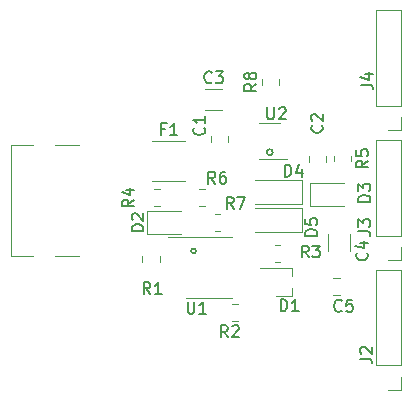
<source format=gbr>
%TF.GenerationSoftware,KiCad,Pcbnew,7.0.10*%
%TF.CreationDate,2024-02-15T00:45:20-05:00*%
%TF.ProjectId,USB-C-3-way-splitter,5553422d-432d-4332-9d77-61792d73706c,rev?*%
%TF.SameCoordinates,Original*%
%TF.FileFunction,Legend,Top*%
%TF.FilePolarity,Positive*%
%FSLAX46Y46*%
G04 Gerber Fmt 4.6, Leading zero omitted, Abs format (unit mm)*
G04 Created by KiCad (PCBNEW 7.0.10) date 2024-02-15 00:45:20*
%MOMM*%
%LPD*%
G01*
G04 APERTURE LIST*
%ADD10C,0.150000*%
%ADD11C,0.120000*%
G04 APERTURE END LIST*
D10*
X12700000Y-4300000D02*
G75*
G03*
X12300000Y-4300000I-200000J0D01*
G01*
X12300000Y-4300000D02*
G75*
G03*
X12700000Y-4300000I200000J0D01*
G01*
X19204951Y4050000D02*
G75*
G03*
X18695049Y4050000I-254951J0D01*
G01*
X18695049Y4050000D02*
G75*
G03*
X19204951Y4050000I254951J0D01*
G01*
X17804819Y9833333D02*
X17328628Y9500000D01*
X17804819Y9261905D02*
X16804819Y9261905D01*
X16804819Y9261905D02*
X16804819Y9642857D01*
X16804819Y9642857D02*
X16852438Y9738095D01*
X16852438Y9738095D02*
X16900057Y9785714D01*
X16900057Y9785714D02*
X16995295Y9833333D01*
X16995295Y9833333D02*
X17138152Y9833333D01*
X17138152Y9833333D02*
X17233390Y9785714D01*
X17233390Y9785714D02*
X17281009Y9738095D01*
X17281009Y9738095D02*
X17328628Y9642857D01*
X17328628Y9642857D02*
X17328628Y9261905D01*
X17233390Y10404762D02*
X17185771Y10309524D01*
X17185771Y10309524D02*
X17138152Y10261905D01*
X17138152Y10261905D02*
X17042914Y10214286D01*
X17042914Y10214286D02*
X16995295Y10214286D01*
X16995295Y10214286D02*
X16900057Y10261905D01*
X16900057Y10261905D02*
X16852438Y10309524D01*
X16852438Y10309524D02*
X16804819Y10404762D01*
X16804819Y10404762D02*
X16804819Y10595238D01*
X16804819Y10595238D02*
X16852438Y10690476D01*
X16852438Y10690476D02*
X16900057Y10738095D01*
X16900057Y10738095D02*
X16995295Y10785714D01*
X16995295Y10785714D02*
X17042914Y10785714D01*
X17042914Y10785714D02*
X17138152Y10738095D01*
X17138152Y10738095D02*
X17185771Y10690476D01*
X17185771Y10690476D02*
X17233390Y10595238D01*
X17233390Y10595238D02*
X17233390Y10404762D01*
X17233390Y10404762D02*
X17281009Y10309524D01*
X17281009Y10309524D02*
X17328628Y10261905D01*
X17328628Y10261905D02*
X17423866Y10214286D01*
X17423866Y10214286D02*
X17614342Y10214286D01*
X17614342Y10214286D02*
X17709580Y10261905D01*
X17709580Y10261905D02*
X17757200Y10309524D01*
X17757200Y10309524D02*
X17804819Y10404762D01*
X17804819Y10404762D02*
X17804819Y10595238D01*
X17804819Y10595238D02*
X17757200Y10690476D01*
X17757200Y10690476D02*
X17709580Y10738095D01*
X17709580Y10738095D02*
X17614342Y10785714D01*
X17614342Y10785714D02*
X17423866Y10785714D01*
X17423866Y10785714D02*
X17328628Y10738095D01*
X17328628Y10738095D02*
X17281009Y10690476D01*
X17281009Y10690476D02*
X17233390Y10595238D01*
X25028333Y-9354580D02*
X24980714Y-9402200D01*
X24980714Y-9402200D02*
X24837857Y-9449819D01*
X24837857Y-9449819D02*
X24742619Y-9449819D01*
X24742619Y-9449819D02*
X24599762Y-9402200D01*
X24599762Y-9402200D02*
X24504524Y-9306961D01*
X24504524Y-9306961D02*
X24456905Y-9211723D01*
X24456905Y-9211723D02*
X24409286Y-9021247D01*
X24409286Y-9021247D02*
X24409286Y-8878390D01*
X24409286Y-8878390D02*
X24456905Y-8687914D01*
X24456905Y-8687914D02*
X24504524Y-8592676D01*
X24504524Y-8592676D02*
X24599762Y-8497438D01*
X24599762Y-8497438D02*
X24742619Y-8449819D01*
X24742619Y-8449819D02*
X24837857Y-8449819D01*
X24837857Y-8449819D02*
X24980714Y-8497438D01*
X24980714Y-8497438D02*
X25028333Y-8545057D01*
X25933095Y-8449819D02*
X25456905Y-8449819D01*
X25456905Y-8449819D02*
X25409286Y-8926009D01*
X25409286Y-8926009D02*
X25456905Y-8878390D01*
X25456905Y-8878390D02*
X25552143Y-8830771D01*
X25552143Y-8830771D02*
X25790238Y-8830771D01*
X25790238Y-8830771D02*
X25885476Y-8878390D01*
X25885476Y-8878390D02*
X25933095Y-8926009D01*
X25933095Y-8926009D02*
X25980714Y-9021247D01*
X25980714Y-9021247D02*
X25980714Y-9259342D01*
X25980714Y-9259342D02*
X25933095Y-9354580D01*
X25933095Y-9354580D02*
X25885476Y-9402200D01*
X25885476Y-9402200D02*
X25790238Y-9449819D01*
X25790238Y-9449819D02*
X25552143Y-9449819D01*
X25552143Y-9449819D02*
X25456905Y-9402200D01*
X25456905Y-9402200D02*
X25409286Y-9354580D01*
X26604819Y-13433333D02*
X27319104Y-13433333D01*
X27319104Y-13433333D02*
X27461961Y-13480952D01*
X27461961Y-13480952D02*
X27557200Y-13576190D01*
X27557200Y-13576190D02*
X27604819Y-13719047D01*
X27604819Y-13719047D02*
X27604819Y-13814285D01*
X26700057Y-13004761D02*
X26652438Y-12957142D01*
X26652438Y-12957142D02*
X26604819Y-12861904D01*
X26604819Y-12861904D02*
X26604819Y-12623809D01*
X26604819Y-12623809D02*
X26652438Y-12528571D01*
X26652438Y-12528571D02*
X26700057Y-12480952D01*
X26700057Y-12480952D02*
X26795295Y-12433333D01*
X26795295Y-12433333D02*
X26890533Y-12433333D01*
X26890533Y-12433333D02*
X27033390Y-12480952D01*
X27033390Y-12480952D02*
X27604819Y-13052380D01*
X27604819Y-13052380D02*
X27604819Y-12433333D01*
X26654819Y9766666D02*
X27369104Y9766666D01*
X27369104Y9766666D02*
X27511961Y9719047D01*
X27511961Y9719047D02*
X27607200Y9623809D01*
X27607200Y9623809D02*
X27654819Y9480952D01*
X27654819Y9480952D02*
X27654819Y9385714D01*
X26988152Y10671428D02*
X27654819Y10671428D01*
X26607200Y10433333D02*
X27321485Y10195238D01*
X27321485Y10195238D02*
X27321485Y10814285D01*
X27254819Y3333333D02*
X26778628Y3000000D01*
X27254819Y2761905D02*
X26254819Y2761905D01*
X26254819Y2761905D02*
X26254819Y3142857D01*
X26254819Y3142857D02*
X26302438Y3238095D01*
X26302438Y3238095D02*
X26350057Y3285714D01*
X26350057Y3285714D02*
X26445295Y3333333D01*
X26445295Y3333333D02*
X26588152Y3333333D01*
X26588152Y3333333D02*
X26683390Y3285714D01*
X26683390Y3285714D02*
X26731009Y3238095D01*
X26731009Y3238095D02*
X26778628Y3142857D01*
X26778628Y3142857D02*
X26778628Y2761905D01*
X26254819Y4238095D02*
X26254819Y3761905D01*
X26254819Y3761905D02*
X26731009Y3714286D01*
X26731009Y3714286D02*
X26683390Y3761905D01*
X26683390Y3761905D02*
X26635771Y3857143D01*
X26635771Y3857143D02*
X26635771Y4095238D01*
X26635771Y4095238D02*
X26683390Y4190476D01*
X26683390Y4190476D02*
X26731009Y4238095D01*
X26731009Y4238095D02*
X26826247Y4285714D01*
X26826247Y4285714D02*
X27064342Y4285714D01*
X27064342Y4285714D02*
X27159580Y4238095D01*
X27159580Y4238095D02*
X27207200Y4190476D01*
X27207200Y4190476D02*
X27254819Y4095238D01*
X27254819Y4095238D02*
X27254819Y3857143D01*
X27254819Y3857143D02*
X27207200Y3761905D01*
X27207200Y3761905D02*
X27159580Y3714286D01*
X20211905Y1995180D02*
X20211905Y2995180D01*
X20211905Y2995180D02*
X20450000Y2995180D01*
X20450000Y2995180D02*
X20592857Y2947561D01*
X20592857Y2947561D02*
X20688095Y2852323D01*
X20688095Y2852323D02*
X20735714Y2757085D01*
X20735714Y2757085D02*
X20783333Y2566609D01*
X20783333Y2566609D02*
X20783333Y2423752D01*
X20783333Y2423752D02*
X20735714Y2233276D01*
X20735714Y2233276D02*
X20688095Y2138038D01*
X20688095Y2138038D02*
X20592857Y2042800D01*
X20592857Y2042800D02*
X20450000Y1995180D01*
X20450000Y1995180D02*
X20211905Y1995180D01*
X21640476Y2661847D02*
X21640476Y1995180D01*
X21402381Y3042800D02*
X21164286Y2328514D01*
X21164286Y2328514D02*
X21783333Y2328514D01*
X23359580Y6333333D02*
X23407200Y6285714D01*
X23407200Y6285714D02*
X23454819Y6142857D01*
X23454819Y6142857D02*
X23454819Y6047619D01*
X23454819Y6047619D02*
X23407200Y5904762D01*
X23407200Y5904762D02*
X23311961Y5809524D01*
X23311961Y5809524D02*
X23216723Y5761905D01*
X23216723Y5761905D02*
X23026247Y5714286D01*
X23026247Y5714286D02*
X22883390Y5714286D01*
X22883390Y5714286D02*
X22692914Y5761905D01*
X22692914Y5761905D02*
X22597676Y5809524D01*
X22597676Y5809524D02*
X22502438Y5904762D01*
X22502438Y5904762D02*
X22454819Y6047619D01*
X22454819Y6047619D02*
X22454819Y6142857D01*
X22454819Y6142857D02*
X22502438Y6285714D01*
X22502438Y6285714D02*
X22550057Y6333333D01*
X22550057Y6714286D02*
X22502438Y6761905D01*
X22502438Y6761905D02*
X22454819Y6857143D01*
X22454819Y6857143D02*
X22454819Y7095238D01*
X22454819Y7095238D02*
X22502438Y7190476D01*
X22502438Y7190476D02*
X22550057Y7238095D01*
X22550057Y7238095D02*
X22645295Y7285714D01*
X22645295Y7285714D02*
X22740533Y7285714D01*
X22740533Y7285714D02*
X22883390Y7238095D01*
X22883390Y7238095D02*
X23454819Y6666667D01*
X23454819Y6666667D02*
X23454819Y7285714D01*
X8254819Y-2638094D02*
X7254819Y-2638094D01*
X7254819Y-2638094D02*
X7254819Y-2399999D01*
X7254819Y-2399999D02*
X7302438Y-2257142D01*
X7302438Y-2257142D02*
X7397676Y-2161904D01*
X7397676Y-2161904D02*
X7492914Y-2114285D01*
X7492914Y-2114285D02*
X7683390Y-2066666D01*
X7683390Y-2066666D02*
X7826247Y-2066666D01*
X7826247Y-2066666D02*
X8016723Y-2114285D01*
X8016723Y-2114285D02*
X8111961Y-2161904D01*
X8111961Y-2161904D02*
X8207200Y-2257142D01*
X8207200Y-2257142D02*
X8254819Y-2399999D01*
X8254819Y-2399999D02*
X8254819Y-2638094D01*
X7350057Y-1685713D02*
X7302438Y-1638094D01*
X7302438Y-1638094D02*
X7254819Y-1542856D01*
X7254819Y-1542856D02*
X7254819Y-1304761D01*
X7254819Y-1304761D02*
X7302438Y-1209523D01*
X7302438Y-1209523D02*
X7350057Y-1161904D01*
X7350057Y-1161904D02*
X7445295Y-1114285D01*
X7445295Y-1114285D02*
X7540533Y-1114285D01*
X7540533Y-1114285D02*
X7683390Y-1161904D01*
X7683390Y-1161904D02*
X8254819Y-1733332D01*
X8254819Y-1733332D02*
X8254819Y-1114285D01*
X7454819Y33333D02*
X6978628Y-299999D01*
X7454819Y-538094D02*
X6454819Y-538094D01*
X6454819Y-538094D02*
X6454819Y-157142D01*
X6454819Y-157142D02*
X6502438Y-61904D01*
X6502438Y-61904D02*
X6550057Y-14285D01*
X6550057Y-14285D02*
X6645295Y33333D01*
X6645295Y33333D02*
X6788152Y33333D01*
X6788152Y33333D02*
X6883390Y-14285D01*
X6883390Y-14285D02*
X6931009Y-61904D01*
X6931009Y-61904D02*
X6978628Y-157142D01*
X6978628Y-157142D02*
X6978628Y-538094D01*
X6788152Y890476D02*
X7454819Y890476D01*
X6407200Y652381D02*
X7121485Y414286D01*
X7121485Y414286D02*
X7121485Y1033333D01*
X11988095Y-8604819D02*
X11988095Y-9414342D01*
X11988095Y-9414342D02*
X12035714Y-9509580D01*
X12035714Y-9509580D02*
X12083333Y-9557200D01*
X12083333Y-9557200D02*
X12178571Y-9604819D01*
X12178571Y-9604819D02*
X12369047Y-9604819D01*
X12369047Y-9604819D02*
X12464285Y-9557200D01*
X12464285Y-9557200D02*
X12511904Y-9509580D01*
X12511904Y-9509580D02*
X12559523Y-9414342D01*
X12559523Y-9414342D02*
X12559523Y-8604819D01*
X13559523Y-9604819D02*
X12988095Y-9604819D01*
X13273809Y-9604819D02*
X13273809Y-8604819D01*
X13273809Y-8604819D02*
X13178571Y-8747676D01*
X13178571Y-8747676D02*
X13083333Y-8842914D01*
X13083333Y-8842914D02*
X12988095Y-8890533D01*
X27454819Y-138094D02*
X26454819Y-138094D01*
X26454819Y-138094D02*
X26454819Y100000D01*
X26454819Y100000D02*
X26502438Y242857D01*
X26502438Y242857D02*
X26597676Y338095D01*
X26597676Y338095D02*
X26692914Y385714D01*
X26692914Y385714D02*
X26883390Y433333D01*
X26883390Y433333D02*
X27026247Y433333D01*
X27026247Y433333D02*
X27216723Y385714D01*
X27216723Y385714D02*
X27311961Y338095D01*
X27311961Y338095D02*
X27407200Y242857D01*
X27407200Y242857D02*
X27454819Y100000D01*
X27454819Y100000D02*
X27454819Y-138094D01*
X26454819Y766667D02*
X26454819Y1385714D01*
X26454819Y1385714D02*
X26835771Y1052381D01*
X26835771Y1052381D02*
X26835771Y1195238D01*
X26835771Y1195238D02*
X26883390Y1290476D01*
X26883390Y1290476D02*
X26931009Y1338095D01*
X26931009Y1338095D02*
X27026247Y1385714D01*
X27026247Y1385714D02*
X27264342Y1385714D01*
X27264342Y1385714D02*
X27359580Y1338095D01*
X27359580Y1338095D02*
X27407200Y1290476D01*
X27407200Y1290476D02*
X27454819Y1195238D01*
X27454819Y1195238D02*
X27454819Y909524D01*
X27454819Y909524D02*
X27407200Y814286D01*
X27407200Y814286D02*
X27359580Y766667D01*
X27159580Y-4466666D02*
X27207200Y-4514285D01*
X27207200Y-4514285D02*
X27254819Y-4657142D01*
X27254819Y-4657142D02*
X27254819Y-4752380D01*
X27254819Y-4752380D02*
X27207200Y-4895237D01*
X27207200Y-4895237D02*
X27111961Y-4990475D01*
X27111961Y-4990475D02*
X27016723Y-5038094D01*
X27016723Y-5038094D02*
X26826247Y-5085713D01*
X26826247Y-5085713D02*
X26683390Y-5085713D01*
X26683390Y-5085713D02*
X26492914Y-5038094D01*
X26492914Y-5038094D02*
X26397676Y-4990475D01*
X26397676Y-4990475D02*
X26302438Y-4895237D01*
X26302438Y-4895237D02*
X26254819Y-4752380D01*
X26254819Y-4752380D02*
X26254819Y-4657142D01*
X26254819Y-4657142D02*
X26302438Y-4514285D01*
X26302438Y-4514285D02*
X26350057Y-4466666D01*
X26588152Y-3609523D02*
X27254819Y-3609523D01*
X26207200Y-3847618D02*
X26921485Y-4085713D01*
X26921485Y-4085713D02*
X26921485Y-3466666D01*
X18738095Y7845180D02*
X18738095Y7035657D01*
X18738095Y7035657D02*
X18785714Y6940419D01*
X18785714Y6940419D02*
X18833333Y6892800D01*
X18833333Y6892800D02*
X18928571Y6845180D01*
X18928571Y6845180D02*
X19119047Y6845180D01*
X19119047Y6845180D02*
X19214285Y6892800D01*
X19214285Y6892800D02*
X19261904Y6940419D01*
X19261904Y6940419D02*
X19309523Y7035657D01*
X19309523Y7035657D02*
X19309523Y7845180D01*
X19738095Y7749942D02*
X19785714Y7797561D01*
X19785714Y7797561D02*
X19880952Y7845180D01*
X19880952Y7845180D02*
X20119047Y7845180D01*
X20119047Y7845180D02*
X20214285Y7797561D01*
X20214285Y7797561D02*
X20261904Y7749942D01*
X20261904Y7749942D02*
X20309523Y7654704D01*
X20309523Y7654704D02*
X20309523Y7559466D01*
X20309523Y7559466D02*
X20261904Y7416609D01*
X20261904Y7416609D02*
X19690476Y6845180D01*
X19690476Y6845180D02*
X20309523Y6845180D01*
X15383333Y-11604819D02*
X15050000Y-11128628D01*
X14811905Y-11604819D02*
X14811905Y-10604819D01*
X14811905Y-10604819D02*
X15192857Y-10604819D01*
X15192857Y-10604819D02*
X15288095Y-10652438D01*
X15288095Y-10652438D02*
X15335714Y-10700057D01*
X15335714Y-10700057D02*
X15383333Y-10795295D01*
X15383333Y-10795295D02*
X15383333Y-10938152D01*
X15383333Y-10938152D02*
X15335714Y-11033390D01*
X15335714Y-11033390D02*
X15288095Y-11081009D01*
X15288095Y-11081009D02*
X15192857Y-11128628D01*
X15192857Y-11128628D02*
X14811905Y-11128628D01*
X15764286Y-10700057D02*
X15811905Y-10652438D01*
X15811905Y-10652438D02*
X15907143Y-10604819D01*
X15907143Y-10604819D02*
X16145238Y-10604819D01*
X16145238Y-10604819D02*
X16240476Y-10652438D01*
X16240476Y-10652438D02*
X16288095Y-10700057D01*
X16288095Y-10700057D02*
X16335714Y-10795295D01*
X16335714Y-10795295D02*
X16335714Y-10890533D01*
X16335714Y-10890533D02*
X16288095Y-11033390D01*
X16288095Y-11033390D02*
X15716667Y-11604819D01*
X15716667Y-11604819D02*
X16335714Y-11604819D01*
X22954819Y-3038094D02*
X21954819Y-3038094D01*
X21954819Y-3038094D02*
X21954819Y-2799999D01*
X21954819Y-2799999D02*
X22002438Y-2657142D01*
X22002438Y-2657142D02*
X22097676Y-2561904D01*
X22097676Y-2561904D02*
X22192914Y-2514285D01*
X22192914Y-2514285D02*
X22383390Y-2466666D01*
X22383390Y-2466666D02*
X22526247Y-2466666D01*
X22526247Y-2466666D02*
X22716723Y-2514285D01*
X22716723Y-2514285D02*
X22811961Y-2561904D01*
X22811961Y-2561904D02*
X22907200Y-2657142D01*
X22907200Y-2657142D02*
X22954819Y-2799999D01*
X22954819Y-2799999D02*
X22954819Y-3038094D01*
X21954819Y-1561904D02*
X21954819Y-2038094D01*
X21954819Y-2038094D02*
X22431009Y-2085713D01*
X22431009Y-2085713D02*
X22383390Y-2038094D01*
X22383390Y-2038094D02*
X22335771Y-1942856D01*
X22335771Y-1942856D02*
X22335771Y-1704761D01*
X22335771Y-1704761D02*
X22383390Y-1609523D01*
X22383390Y-1609523D02*
X22431009Y-1561904D01*
X22431009Y-1561904D02*
X22526247Y-1514285D01*
X22526247Y-1514285D02*
X22764342Y-1514285D01*
X22764342Y-1514285D02*
X22859580Y-1561904D01*
X22859580Y-1561904D02*
X22907200Y-1609523D01*
X22907200Y-1609523D02*
X22954819Y-1704761D01*
X22954819Y-1704761D02*
X22954819Y-1942856D01*
X22954819Y-1942856D02*
X22907200Y-2038094D01*
X22907200Y-2038094D02*
X22859580Y-2085713D01*
X14033333Y9990419D02*
X13985714Y9942800D01*
X13985714Y9942800D02*
X13842857Y9895180D01*
X13842857Y9895180D02*
X13747619Y9895180D01*
X13747619Y9895180D02*
X13604762Y9942800D01*
X13604762Y9942800D02*
X13509524Y10038038D01*
X13509524Y10038038D02*
X13461905Y10133276D01*
X13461905Y10133276D02*
X13414286Y10323752D01*
X13414286Y10323752D02*
X13414286Y10466609D01*
X13414286Y10466609D02*
X13461905Y10657085D01*
X13461905Y10657085D02*
X13509524Y10752323D01*
X13509524Y10752323D02*
X13604762Y10847561D01*
X13604762Y10847561D02*
X13747619Y10895180D01*
X13747619Y10895180D02*
X13842857Y10895180D01*
X13842857Y10895180D02*
X13985714Y10847561D01*
X13985714Y10847561D02*
X14033333Y10799942D01*
X14366667Y10895180D02*
X14985714Y10895180D01*
X14985714Y10895180D02*
X14652381Y10514228D01*
X14652381Y10514228D02*
X14795238Y10514228D01*
X14795238Y10514228D02*
X14890476Y10466609D01*
X14890476Y10466609D02*
X14938095Y10418990D01*
X14938095Y10418990D02*
X14985714Y10323752D01*
X14985714Y10323752D02*
X14985714Y10085657D01*
X14985714Y10085657D02*
X14938095Y9990419D01*
X14938095Y9990419D02*
X14890476Y9942800D01*
X14890476Y9942800D02*
X14795238Y9895180D01*
X14795238Y9895180D02*
X14509524Y9895180D01*
X14509524Y9895180D02*
X14414286Y9942800D01*
X14414286Y9942800D02*
X14366667Y9990419D01*
X26454819Y-2633333D02*
X27169104Y-2633333D01*
X27169104Y-2633333D02*
X27311961Y-2680952D01*
X27311961Y-2680952D02*
X27407200Y-2776190D01*
X27407200Y-2776190D02*
X27454819Y-2919047D01*
X27454819Y-2919047D02*
X27454819Y-3014285D01*
X26454819Y-2252380D02*
X26454819Y-1633333D01*
X26454819Y-1633333D02*
X26835771Y-1966666D01*
X26835771Y-1966666D02*
X26835771Y-1823809D01*
X26835771Y-1823809D02*
X26883390Y-1728571D01*
X26883390Y-1728571D02*
X26931009Y-1680952D01*
X26931009Y-1680952D02*
X27026247Y-1633333D01*
X27026247Y-1633333D02*
X27264342Y-1633333D01*
X27264342Y-1633333D02*
X27359580Y-1680952D01*
X27359580Y-1680952D02*
X27407200Y-1728571D01*
X27407200Y-1728571D02*
X27454819Y-1823809D01*
X27454819Y-1823809D02*
X27454819Y-2109523D01*
X27454819Y-2109523D02*
X27407200Y-2204761D01*
X27407200Y-2204761D02*
X27359580Y-2252380D01*
X22233333Y-4854819D02*
X21900000Y-4378628D01*
X21661905Y-4854819D02*
X21661905Y-3854819D01*
X21661905Y-3854819D02*
X22042857Y-3854819D01*
X22042857Y-3854819D02*
X22138095Y-3902438D01*
X22138095Y-3902438D02*
X22185714Y-3950057D01*
X22185714Y-3950057D02*
X22233333Y-4045295D01*
X22233333Y-4045295D02*
X22233333Y-4188152D01*
X22233333Y-4188152D02*
X22185714Y-4283390D01*
X22185714Y-4283390D02*
X22138095Y-4331009D01*
X22138095Y-4331009D02*
X22042857Y-4378628D01*
X22042857Y-4378628D02*
X21661905Y-4378628D01*
X22566667Y-3854819D02*
X23185714Y-3854819D01*
X23185714Y-3854819D02*
X22852381Y-4235771D01*
X22852381Y-4235771D02*
X22995238Y-4235771D01*
X22995238Y-4235771D02*
X23090476Y-4283390D01*
X23090476Y-4283390D02*
X23138095Y-4331009D01*
X23138095Y-4331009D02*
X23185714Y-4426247D01*
X23185714Y-4426247D02*
X23185714Y-4664342D01*
X23185714Y-4664342D02*
X23138095Y-4759580D01*
X23138095Y-4759580D02*
X23090476Y-4807200D01*
X23090476Y-4807200D02*
X22995238Y-4854819D01*
X22995238Y-4854819D02*
X22709524Y-4854819D01*
X22709524Y-4854819D02*
X22614286Y-4807200D01*
X22614286Y-4807200D02*
X22566667Y-4759580D01*
X15883333Y-754819D02*
X15550000Y-278628D01*
X15311905Y-754819D02*
X15311905Y245180D01*
X15311905Y245180D02*
X15692857Y245180D01*
X15692857Y245180D02*
X15788095Y197561D01*
X15788095Y197561D02*
X15835714Y149942D01*
X15835714Y149942D02*
X15883333Y54704D01*
X15883333Y54704D02*
X15883333Y-88152D01*
X15883333Y-88152D02*
X15835714Y-183390D01*
X15835714Y-183390D02*
X15788095Y-231009D01*
X15788095Y-231009D02*
X15692857Y-278628D01*
X15692857Y-278628D02*
X15311905Y-278628D01*
X16216667Y245180D02*
X16883333Y245180D01*
X16883333Y245180D02*
X16454762Y-754819D01*
X13379580Y6133333D02*
X13427200Y6085714D01*
X13427200Y6085714D02*
X13474819Y5942857D01*
X13474819Y5942857D02*
X13474819Y5847619D01*
X13474819Y5847619D02*
X13427200Y5704762D01*
X13427200Y5704762D02*
X13331961Y5609524D01*
X13331961Y5609524D02*
X13236723Y5561905D01*
X13236723Y5561905D02*
X13046247Y5514286D01*
X13046247Y5514286D02*
X12903390Y5514286D01*
X12903390Y5514286D02*
X12712914Y5561905D01*
X12712914Y5561905D02*
X12617676Y5609524D01*
X12617676Y5609524D02*
X12522438Y5704762D01*
X12522438Y5704762D02*
X12474819Y5847619D01*
X12474819Y5847619D02*
X12474819Y5942857D01*
X12474819Y5942857D02*
X12522438Y6085714D01*
X12522438Y6085714D02*
X12570057Y6133333D01*
X13474819Y7085714D02*
X13474819Y6514286D01*
X13474819Y6800000D02*
X12474819Y6800000D01*
X12474819Y6800000D02*
X12617676Y6704762D01*
X12617676Y6704762D02*
X12712914Y6609524D01*
X12712914Y6609524D02*
X12760533Y6514286D01*
X14333333Y1395180D02*
X14000000Y1871371D01*
X13761905Y1395180D02*
X13761905Y2395180D01*
X13761905Y2395180D02*
X14142857Y2395180D01*
X14142857Y2395180D02*
X14238095Y2347561D01*
X14238095Y2347561D02*
X14285714Y2299942D01*
X14285714Y2299942D02*
X14333333Y2204704D01*
X14333333Y2204704D02*
X14333333Y2061847D01*
X14333333Y2061847D02*
X14285714Y1966609D01*
X14285714Y1966609D02*
X14238095Y1918990D01*
X14238095Y1918990D02*
X14142857Y1871371D01*
X14142857Y1871371D02*
X13761905Y1871371D01*
X15190476Y2395180D02*
X15000000Y2395180D01*
X15000000Y2395180D02*
X14904762Y2347561D01*
X14904762Y2347561D02*
X14857143Y2299942D01*
X14857143Y2299942D02*
X14761905Y2157085D01*
X14761905Y2157085D02*
X14714286Y1966609D01*
X14714286Y1966609D02*
X14714286Y1585657D01*
X14714286Y1585657D02*
X14761905Y1490419D01*
X14761905Y1490419D02*
X14809524Y1442800D01*
X14809524Y1442800D02*
X14904762Y1395180D01*
X14904762Y1395180D02*
X15095238Y1395180D01*
X15095238Y1395180D02*
X15190476Y1442800D01*
X15190476Y1442800D02*
X15238095Y1490419D01*
X15238095Y1490419D02*
X15285714Y1585657D01*
X15285714Y1585657D02*
X15285714Y1823752D01*
X15285714Y1823752D02*
X15238095Y1918990D01*
X15238095Y1918990D02*
X15190476Y1966609D01*
X15190476Y1966609D02*
X15095238Y2014228D01*
X15095238Y2014228D02*
X14904762Y2014228D01*
X14904762Y2014228D02*
X14809524Y1966609D01*
X14809524Y1966609D02*
X14761905Y1918990D01*
X14761905Y1918990D02*
X14714286Y1823752D01*
X10066666Y6018990D02*
X9733333Y6018990D01*
X9733333Y5495180D02*
X9733333Y6495180D01*
X9733333Y6495180D02*
X10209523Y6495180D01*
X11114285Y5495180D02*
X10542857Y5495180D01*
X10828571Y5495180D02*
X10828571Y6495180D01*
X10828571Y6495180D02*
X10733333Y6352323D01*
X10733333Y6352323D02*
X10638095Y6257085D01*
X10638095Y6257085D02*
X10542857Y6209466D01*
X8833333Y-7954819D02*
X8500000Y-7478628D01*
X8261905Y-7954819D02*
X8261905Y-6954819D01*
X8261905Y-6954819D02*
X8642857Y-6954819D01*
X8642857Y-6954819D02*
X8738095Y-7002438D01*
X8738095Y-7002438D02*
X8785714Y-7050057D01*
X8785714Y-7050057D02*
X8833333Y-7145295D01*
X8833333Y-7145295D02*
X8833333Y-7288152D01*
X8833333Y-7288152D02*
X8785714Y-7383390D01*
X8785714Y-7383390D02*
X8738095Y-7431009D01*
X8738095Y-7431009D02*
X8642857Y-7478628D01*
X8642857Y-7478628D02*
X8261905Y-7478628D01*
X9785714Y-7954819D02*
X9214286Y-7954819D01*
X9500000Y-7954819D02*
X9500000Y-6954819D01*
X9500000Y-6954819D02*
X9404762Y-7097676D01*
X9404762Y-7097676D02*
X9309524Y-7192914D01*
X9309524Y-7192914D02*
X9214286Y-7240533D01*
X19861905Y-9404819D02*
X19861905Y-8404819D01*
X19861905Y-8404819D02*
X20100000Y-8404819D01*
X20100000Y-8404819D02*
X20242857Y-8452438D01*
X20242857Y-8452438D02*
X20338095Y-8547676D01*
X20338095Y-8547676D02*
X20385714Y-8642914D01*
X20385714Y-8642914D02*
X20433333Y-8833390D01*
X20433333Y-8833390D02*
X20433333Y-8976247D01*
X20433333Y-8976247D02*
X20385714Y-9166723D01*
X20385714Y-9166723D02*
X20338095Y-9261961D01*
X20338095Y-9261961D02*
X20242857Y-9357200D01*
X20242857Y-9357200D02*
X20100000Y-9404819D01*
X20100000Y-9404819D02*
X19861905Y-9404819D01*
X21385714Y-9404819D02*
X20814286Y-9404819D01*
X21100000Y-9404819D02*
X21100000Y-8404819D01*
X21100000Y-8404819D02*
X21004762Y-8547676D01*
X21004762Y-8547676D02*
X20909524Y-8642914D01*
X20909524Y-8642914D02*
X20814286Y-8690533D01*
D11*
%TO.C,R8*%
X18265000Y9772936D02*
X18265000Y10227064D01*
X19735000Y9772936D02*
X19735000Y10227064D01*
%TO.C,C5*%
X24338748Y-6565000D02*
X24861252Y-6565000D01*
X24338748Y-8035000D02*
X24861252Y-8035000D01*
%TO.C,J2*%
X30060000Y-16060000D02*
X29000000Y-16060000D01*
X30060000Y-15000000D02*
X30060000Y-16060000D01*
X30060000Y-14000000D02*
X30060000Y-5940000D01*
X30060000Y-14000000D02*
X27940000Y-14000000D01*
X30060000Y-5940000D02*
X27940000Y-5940000D01*
X27940000Y-14000000D02*
X27940000Y-5940000D01*
%TO.C,J4*%
X30060000Y5940000D02*
X29000000Y5940000D01*
X30060000Y7000000D02*
X30060000Y5940000D01*
X30060000Y8000000D02*
X30060000Y16060000D01*
X30060000Y8000000D02*
X27940000Y8000000D01*
X30060000Y16060000D02*
X27940000Y16060000D01*
X27940000Y8000000D02*
X27940000Y16060000D01*
%TO.C,R5*%
X25835000Y3727064D02*
X25835000Y3272936D01*
X24365000Y3727064D02*
X24365000Y3272936D01*
%TO.C,D4*%
X21710000Y-300000D02*
X21710000Y1700000D01*
X21710000Y-300000D02*
X17700000Y-300000D01*
X21710000Y1700000D02*
X17700000Y1700000D01*
%TO.C,C2*%
X23735000Y3761252D02*
X23735000Y3238748D01*
X22265000Y3761252D02*
X22265000Y3238748D01*
%TO.C,D2*%
X8540000Y-940000D02*
X8540000Y-2860000D01*
X8540000Y-2860000D02*
X11400000Y-2860000D01*
X11400000Y-940000D02*
X8540000Y-940000D01*
%TO.C,R4*%
X9172936Y935000D02*
X9627064Y935000D01*
X9172936Y-535000D02*
X9627064Y-535000D01*
%TO.C,U1*%
X13800000Y-3145000D02*
X10350000Y-3145000D01*
X13800000Y-3145000D02*
X15750000Y-3145000D01*
X13800000Y-8265000D02*
X11850000Y-8265000D01*
X13800000Y-8265000D02*
X15750000Y-8265000D01*
%TO.C,D3*%
X22340000Y1460000D02*
X22340000Y-460000D01*
X22340000Y-460000D02*
X25200000Y-460000D01*
X25200000Y1460000D02*
X22340000Y1460000D01*
%TO.C,C4*%
X23890000Y-4311252D02*
X23890000Y-2888748D01*
X25710000Y-4311252D02*
X25710000Y-2888748D01*
%TO.C,U2*%
X19780000Y6560000D02*
X18020000Y6560000D01*
X18020000Y3490000D02*
X20450000Y3490000D01*
%TO.C,R2*%
X15772936Y-8765000D02*
X16227064Y-8765000D01*
X15772936Y-10235000D02*
X16227064Y-10235000D01*
%TO.C,D5*%
X21710000Y-2700000D02*
X21710000Y-700000D01*
X21710000Y-2700000D02*
X17700000Y-2700000D01*
X21710000Y-700000D02*
X17700000Y-700000D01*
%TO.C,C3*%
X13488748Y9410000D02*
X14911252Y9410000D01*
X13488748Y7590000D02*
X14911252Y7590000D01*
%TO.C,J3*%
X30060000Y-5060000D02*
X29000000Y-5060000D01*
X30060000Y-4000000D02*
X30060000Y-5060000D01*
X30060000Y-3000000D02*
X30060000Y5060000D01*
X30060000Y-3000000D02*
X27940000Y-3000000D01*
X30060000Y5060000D02*
X27940000Y5060000D01*
X27940000Y-3000000D02*
X27940000Y5060000D01*
%TO.C,R3*%
X19827064Y-5235000D02*
X19372936Y-5235000D01*
X19827064Y-3765000D02*
X19372936Y-3765000D01*
%TO.C,R7*%
X14272936Y-1165000D02*
X14727064Y-1165000D01*
X14272936Y-2635000D02*
X14727064Y-2635000D01*
%TO.C,C1*%
X13965000Y4938748D02*
X13965000Y5461252D01*
X15435000Y4938748D02*
X15435000Y5461252D01*
%TO.C,J1*%
X2800000Y4700000D02*
X800000Y4700000D01*
X-1100000Y4700000D02*
X-3000000Y4700000D01*
X-3000000Y4700000D02*
X-3000000Y-4700000D01*
X2800000Y-4700000D02*
X800000Y-4700000D01*
X-1100000Y-4700000D02*
X-3000000Y-4700000D01*
%TO.C,R6*%
X12972936Y935000D02*
X13427064Y935000D01*
X12972936Y-535000D02*
X13427064Y-535000D01*
%TO.C,F1*%
X9013748Y5010000D02*
X11786252Y5010000D01*
X9013748Y1590000D02*
X11786252Y1590000D01*
%TO.C,R1*%
X8165000Y-5227064D02*
X8165000Y-4772936D01*
X9635000Y-5227064D02*
X9635000Y-4772936D01*
%TO.C,D1*%
X19455000Y-8110000D02*
X20865000Y-8110000D01*
X20865000Y-5780000D02*
X20865000Y-6450000D01*
X20865000Y-5790000D02*
X18130000Y-5790000D01*
X20865000Y-7450000D02*
X20865000Y-8110000D01*
%TD*%
M02*

</source>
